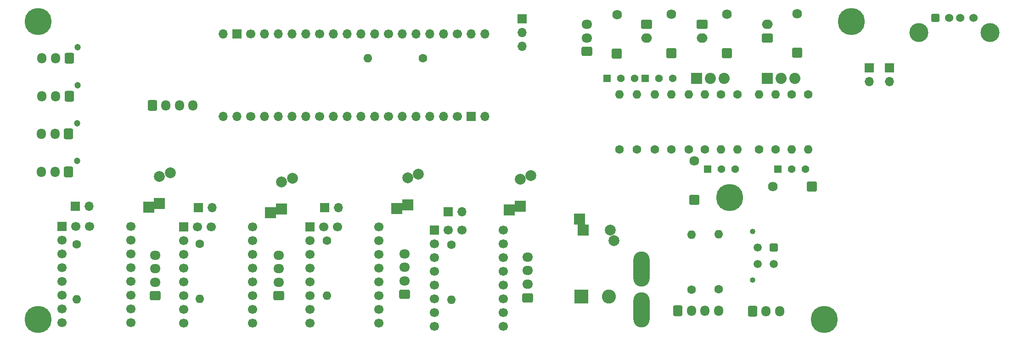
<source format=gbr>
%TF.GenerationSoftware,KiCad,Pcbnew,9.0.0*%
%TF.CreationDate,2025-05-04T18:41:49+10:00*%
%TF.ProjectId,A1_MB,41315f4d-422e-46b6-9963-61645f706362,rev?*%
%TF.SameCoordinates,Original*%
%TF.FileFunction,Soldermask,Top*%
%TF.FilePolarity,Negative*%
%FSLAX46Y46*%
G04 Gerber Fmt 4.6, Leading zero omitted, Abs format (unit mm)*
G04 Created by KiCad (PCBNEW 9.0.0) date 2025-05-04 18:41:49*
%MOMM*%
%LPD*%
G01*
G04 APERTURE LIST*
G04 Aperture macros list*
%AMRoundRect*
0 Rectangle with rounded corners*
0 $1 Rounding radius*
0 $2 $3 $4 $5 $6 $7 $8 $9 X,Y pos of 4 corners*
0 Add a 4 corners polygon primitive as box body*
4,1,4,$2,$3,$4,$5,$6,$7,$8,$9,$2,$3,0*
0 Add four circle primitives for the rounded corners*
1,1,$1+$1,$2,$3*
1,1,$1+$1,$4,$5*
1,1,$1+$1,$6,$7*
1,1,$1+$1,$8,$9*
0 Add four rect primitives between the rounded corners*
20,1,$1+$1,$2,$3,$4,$5,0*
20,1,$1+$1,$4,$5,$6,$7,0*
20,1,$1+$1,$6,$7,$8,$9,0*
20,1,$1+$1,$8,$9,$2,$3,0*%
G04 Aperture macros list end*
%ADD10RoundRect,0.250000X0.725000X-0.600000X0.725000X0.600000X-0.725000X0.600000X-0.725000X-0.600000X0*%
%ADD11O,1.950000X1.700000*%
%ADD12RoundRect,0.102000X0.795000X-0.795000X0.795000X0.795000X-0.795000X0.795000X-0.795000X-0.795000X0*%
%ADD13C,1.794000*%
%ADD14C,1.600000*%
%ADD15O,1.600000X1.600000*%
%ADD16R,1.700000X1.700000*%
%ADD17O,1.700000X1.700000*%
%ADD18C,5.000000*%
%ADD19O,3.000000X6.500000*%
%ADD20C,1.200000*%
%ADD21RoundRect,0.250000X0.600000X0.725000X-0.600000X0.725000X-0.600000X-0.725000X0.600000X-0.725000X0*%
%ADD22O,1.700000X1.950000*%
%ADD23RoundRect,0.250000X-0.750000X0.600000X-0.750000X-0.600000X0.750000X-0.600000X0.750000X0.600000X0*%
%ADD24O,2.000000X1.700000*%
%ADD25C,1.020000*%
%ADD26RoundRect,0.250001X-0.499999X0.499999X-0.499999X-0.499999X0.499999X-0.499999X0.499999X0.499999X0*%
%ADD27C,1.500000*%
%ADD28RoundRect,0.102000X0.795000X0.795000X-0.795000X0.795000X-0.795000X-0.795000X0.795000X-0.795000X0*%
%ADD29C,1.700000*%
%ADD30R,2.000000X2.000000*%
%ADD31C,2.000000*%
%ADD32RoundRect,0.102000X-0.614000X-0.614000X0.614000X-0.614000X0.614000X0.614000X-0.614000X0.614000X0*%
%ADD33C,1.432000*%
%ADD34RoundRect,0.250000X-0.600000X-0.725000X0.600000X-0.725000X0.600000X0.725000X-0.600000X0.725000X0*%
%ADD35RoundRect,0.102000X-0.925000X-0.925000X0.925000X-0.925000X0.925000X0.925000X-0.925000X0.925000X0*%
%ADD36C,2.054000*%
%ADD37RoundRect,0.250000X0.750000X-0.600000X0.750000X0.600000X-0.750000X0.600000X-0.750000X-0.600000X0*%
%ADD38R,2.600000X2.600000*%
%ADD39C,2.600000*%
%ADD40RoundRect,0.250000X-0.512000X-0.512000X0.512000X-0.512000X0.512000X0.512000X-0.512000X0.512000X0*%
%ADD41C,1.524000*%
%ADD42C,3.500000*%
G04 APERTURE END LIST*
D10*
%TO.C,J7*%
X168750000Y-43000000D03*
D11*
X168750000Y-40500000D03*
X168750000Y-38000000D03*
%TD*%
D10*
%TO.C,MotorConnector1*%
X157750000Y-88500000D03*
D11*
X157750000Y-86000000D03*
X157750000Y-83500000D03*
X157750000Y-81000000D03*
%TD*%
D12*
%TO.C,D5*%
X188500000Y-70430000D03*
D13*
X188525400Y-63218000D03*
%TD*%
D14*
%TO.C,R15*%
X97310000Y-78580000D03*
D15*
X97310000Y-88740000D03*
%TD*%
D16*
%TO.C,J16*%
X143145000Y-72660000D03*
D17*
X145685000Y-72660000D03*
%TD*%
D18*
%TO.C,H4*%
X217500000Y-37500000D03*
%TD*%
D12*
%TO.C,D4*%
X207500000Y-43250000D03*
D13*
X207525400Y-36038000D03*
%TD*%
D19*
%TO.C,F1*%
X178749999Y-83250000D03*
X178750000Y-90750000D03*
%TD*%
D14*
%TO.C,R17*%
X206500000Y-50920000D03*
D15*
X206500000Y-61080000D03*
%TD*%
D20*
%TO.C,J25*%
X74850000Y-49250000D03*
D21*
X73250000Y-51250000D03*
D22*
X70750000Y-51250000D03*
X68250000Y-51250000D03*
%TD*%
D14*
%TO.C,R19*%
X203500000Y-61080000D03*
D15*
X203500000Y-50920000D03*
%TD*%
D16*
%TO.C,J24*%
X97120000Y-71890000D03*
D17*
X99660000Y-71890000D03*
%TD*%
D23*
%TO.C,J6*%
X190000000Y-38000000D03*
D24*
X190000000Y-40500000D03*
%TD*%
D14*
%TO.C,R22*%
X190460000Y-61080000D03*
D15*
X190460000Y-50920000D03*
%TD*%
D14*
%TO.C,R24*%
X177950000Y-61080000D03*
D15*
X177950000Y-50920000D03*
%TD*%
D25*
%TO.C,J5*%
X199250000Y-76250000D03*
X199250000Y-85250000D03*
D26*
X203190000Y-79250000D03*
D27*
X203190000Y-82250000D03*
X200190000Y-79250000D03*
X200190000Y-82250000D03*
%TD*%
D28*
%TO.C,D3*%
X210180000Y-68000000D03*
D13*
X202968000Y-67974600D03*
%TD*%
D14*
%TO.C,R16*%
X209500000Y-50920000D03*
D15*
X209500000Y-61080000D03*
%TD*%
D12*
%TO.C,D1*%
X184250000Y-43366500D03*
D13*
X184275400Y-36154500D03*
%TD*%
D16*
%TO.C,M4*%
X94410000Y-75400000D03*
D29*
X94410000Y-77940000D03*
X94410000Y-80480000D03*
X94410000Y-83020000D03*
X94410000Y-85560000D03*
X94410000Y-88100000D03*
X94410000Y-90640000D03*
X94410000Y-93180000D03*
X107110000Y-93180000D03*
X107110000Y-90640000D03*
X107110000Y-88100000D03*
X107110000Y-85560000D03*
X107110000Y-83020000D03*
X107110000Y-80480000D03*
X107110000Y-77940000D03*
X107110000Y-75400000D03*
X96950000Y-75400000D03*
X99490000Y-75400000D03*
%TD*%
D16*
%TO.C,M1*%
X140570000Y-76050000D03*
D29*
X140570000Y-78590000D03*
X140570000Y-81130000D03*
X140570000Y-83670000D03*
X140570000Y-86210000D03*
X140570000Y-88750000D03*
X140570000Y-91290000D03*
X140570000Y-93830000D03*
X153270000Y-93830000D03*
X153270000Y-91290000D03*
X153270000Y-88750000D03*
X153270000Y-86210000D03*
X153270000Y-83670000D03*
X153270000Y-81130000D03*
X153270000Y-78590000D03*
X153270000Y-76050000D03*
X143110000Y-76050000D03*
X145650000Y-76050000D03*
%TD*%
D14*
%TO.C,R14*%
X120750000Y-77920000D03*
D15*
X120750000Y-88080000D03*
%TD*%
D14*
%TO.C,R13*%
X74610000Y-78660000D03*
D15*
X74610000Y-88820000D03*
%TD*%
D14*
%TO.C,R9*%
X138464000Y-44240000D03*
D15*
X128304000Y-44240000D03*
%TD*%
D30*
%TO.C,C3*%
X87910000Y-71812144D03*
X89910000Y-71140000D03*
D31*
X89910000Y-66140000D03*
X91910000Y-65467856D03*
%TD*%
D18*
%TO.C,H3*%
X67500000Y-92500000D03*
%TD*%
D32*
%TO.C,Q10*%
X179422500Y-48010000D03*
D33*
X181962500Y-48010000D03*
X184502500Y-48010000D03*
%TD*%
D32*
%TO.C,Q5*%
X203960000Y-64750000D03*
D33*
X206500000Y-64750000D03*
X209040000Y-64750000D03*
%TD*%
D16*
%TO.C,J15*%
X220750000Y-46000000D03*
D17*
X220750000Y-48540000D03*
%TD*%
D16*
%TO.C,M3*%
X117660000Y-75400000D03*
D29*
X117660000Y-77940000D03*
X117660000Y-80480000D03*
X117660000Y-83020000D03*
X117660000Y-85560000D03*
X117660000Y-88100000D03*
X117660000Y-90640000D03*
X117660000Y-93180000D03*
X130360000Y-93180000D03*
X130360000Y-90640000D03*
X130360000Y-88100000D03*
X130360000Y-85560000D03*
X130360000Y-83020000D03*
X130360000Y-80480000D03*
X130360000Y-77940000D03*
X130360000Y-75400000D03*
X120200000Y-75400000D03*
X122740000Y-75400000D03*
%TD*%
D32*
%TO.C,Q7*%
X190960000Y-64750000D03*
D33*
X193500000Y-64750000D03*
X196040000Y-64750000D03*
%TD*%
D14*
%TO.C,R10*%
X193000000Y-86920000D03*
D15*
X193000000Y-76760000D03*
%TD*%
D16*
%TO.C,J3*%
X156750000Y-36960000D03*
D17*
X156750000Y-39500000D03*
X156750000Y-42040000D03*
%TD*%
D34*
%TO.C,J2*%
X199250000Y-91000000D03*
D22*
X201750000Y-91000000D03*
X204250000Y-91000000D03*
%TD*%
D34*
%TO.C,J8*%
X88600000Y-53000000D03*
D22*
X91100000Y-53000000D03*
X93600000Y-53000000D03*
X96100000Y-53000000D03*
%TD*%
D14*
%TO.C,R21*%
X193460000Y-50920000D03*
D15*
X193460000Y-61080000D03*
%TD*%
D20*
%TO.C,J17*%
X74750000Y-63250000D03*
D21*
X73150000Y-65250000D03*
D22*
X70650000Y-65250000D03*
X68150000Y-65250000D03*
%TD*%
D16*
%TO.C,M2*%
X71910000Y-75360000D03*
D29*
X71910000Y-77900000D03*
X71910000Y-80440000D03*
X71910000Y-82980000D03*
X71910000Y-85520000D03*
X71910000Y-88060000D03*
X71910000Y-90600000D03*
X71910000Y-93140000D03*
X84610000Y-93140000D03*
X84610000Y-90600000D03*
X84610000Y-88060000D03*
X84610000Y-85520000D03*
X84610000Y-82980000D03*
X84610000Y-80440000D03*
X84610000Y-77900000D03*
X84610000Y-75360000D03*
X74450000Y-75360000D03*
X76990000Y-75360000D03*
%TD*%
D17*
%TO.C,U1*%
X149944000Y-39750000D03*
X147404000Y-39750000D03*
D29*
X144864000Y-39750000D03*
D17*
X142324000Y-39750000D03*
X139784000Y-39750000D03*
X137244000Y-39750000D03*
X134704000Y-39750000D03*
D29*
X132164000Y-39750000D03*
D17*
X129624000Y-39750000D03*
X127084000Y-39750000D03*
X124544000Y-39750000D03*
X122004000Y-39750000D03*
D29*
X119464000Y-39750000D03*
D17*
X116924000Y-39750000D03*
X114384000Y-39750000D03*
X111844000Y-39750000D03*
X109304000Y-39750000D03*
D29*
X106764000Y-39750000D03*
D16*
X104224000Y-39750000D03*
D17*
X101684000Y-39750000D03*
X101684000Y-54990000D03*
X104224000Y-54990000D03*
D29*
X106764000Y-54990000D03*
D17*
X109304000Y-54990000D03*
X111844000Y-54990000D03*
X114384000Y-54990000D03*
X116924000Y-54990000D03*
D29*
X119464000Y-54990000D03*
D17*
X122004000Y-54990000D03*
X124544000Y-54990000D03*
X127084000Y-54990000D03*
X129624000Y-54990000D03*
D29*
X132164000Y-54990000D03*
D17*
X134704000Y-54990000D03*
X137244000Y-54990000D03*
X139784000Y-54990000D03*
X142324000Y-54990000D03*
D29*
X144864000Y-54990000D03*
D16*
X147404000Y-54990000D03*
D17*
X149944000Y-54990000D03*
%TD*%
D14*
%TO.C,R23*%
X187500000Y-61080000D03*
D15*
X187500000Y-50920000D03*
%TD*%
D32*
%TO.C,Q9*%
X172422500Y-48010000D03*
D33*
X174962500Y-48010000D03*
X177502500Y-48010000D03*
%TD*%
D10*
%TO.C,J20*%
X89160000Y-88140000D03*
D11*
X89160000Y-85640000D03*
X89160000Y-83140000D03*
X89160000Y-80640000D03*
%TD*%
D12*
%TO.C,D6*%
X194500000Y-43366500D03*
D13*
X194525400Y-36154500D03*
%TD*%
D18*
%TO.C,H2*%
X195000000Y-70000000D03*
%TD*%
D16*
%TO.C,J14*%
X224500000Y-46000000D03*
D17*
X224500000Y-48540000D03*
%TD*%
D30*
%TO.C,C4*%
X154410000Y-72294821D03*
X156410000Y-71622677D03*
D31*
X156410000Y-66622677D03*
X158410000Y-65950533D03*
%TD*%
D14*
%TO.C,R18*%
X200500000Y-61080000D03*
D15*
X200500000Y-50920000D03*
%TD*%
D12*
%TO.C,D2*%
X174250000Y-43430000D03*
D13*
X174275400Y-36218000D03*
%TD*%
D14*
%TO.C,R20*%
X196460000Y-50920000D03*
D15*
X196460000Y-61080000D03*
%TD*%
D14*
%TO.C,R26*%
X184250000Y-61080000D03*
D15*
X184250000Y-50920000D03*
%TD*%
D16*
%TO.C,J21*%
X120370000Y-71890000D03*
D17*
X122910000Y-71890000D03*
%TD*%
D23*
%TO.C,J4*%
X179750000Y-38000000D03*
D24*
X179750000Y-40500000D03*
%TD*%
D20*
%TO.C,J19*%
X74750000Y-56250000D03*
D21*
X73150000Y-58250000D03*
D22*
X70650000Y-58250000D03*
X68150000Y-58250000D03*
%TD*%
D10*
%TO.C,J26*%
X111910000Y-88140000D03*
D11*
X111910000Y-85640000D03*
X111910000Y-83140000D03*
X111910000Y-80640000D03*
%TD*%
D35*
%TO.C,Q6*%
X202000000Y-48000000D03*
D36*
X204540000Y-48000000D03*
X207080000Y-48000000D03*
%TD*%
D30*
%TO.C,C1*%
X110410000Y-72794821D03*
X112410000Y-72122677D03*
D31*
X112410000Y-67122677D03*
X114410000Y-66450533D03*
%TD*%
D34*
%TO.C,J11*%
X185500000Y-90920000D03*
D22*
X188000000Y-90920000D03*
X190500000Y-90920000D03*
X193000000Y-90920000D03*
%TD*%
D16*
%TO.C,J18*%
X74370000Y-71640000D03*
D17*
X76910000Y-71640000D03*
%TD*%
D35*
%TO.C,Q8*%
X188920000Y-48000000D03*
D36*
X191460000Y-48000000D03*
X194000000Y-48000000D03*
%TD*%
D14*
%TO.C,R12*%
X143750000Y-78750000D03*
D15*
X143750000Y-88910000D03*
%TD*%
D10*
%TO.C,J23*%
X135070000Y-87890000D03*
D11*
X135070000Y-85390000D03*
X135070000Y-82890000D03*
X135070000Y-80390000D03*
%TD*%
D30*
%TO.C,C5*%
X167345179Y-74000000D03*
X168017323Y-76000000D03*
D31*
X173017323Y-76000000D03*
X173689467Y-78000000D03*
%TD*%
D14*
%TO.C,R27*%
X181250000Y-61080000D03*
D15*
X181250000Y-50920000D03*
%TD*%
D37*
%TO.C,J9*%
X202000000Y-40500000D03*
D24*
X202000000Y-38000000D03*
%TD*%
D20*
%TO.C,J22*%
X74850000Y-42250000D03*
D21*
X73250000Y-44250000D03*
D22*
X70750000Y-44250000D03*
X68250000Y-44250000D03*
%TD*%
D30*
%TO.C,C2*%
X133660000Y-72062144D03*
X135660000Y-71390000D03*
D31*
X135660000Y-66390000D03*
X137660000Y-65717856D03*
%TD*%
D14*
%TO.C,R11*%
X188000000Y-87000000D03*
D15*
X188000000Y-76840000D03*
%TD*%
D14*
%TO.C,R25*%
X174750000Y-61080000D03*
D15*
X174750000Y-50920000D03*
%TD*%
D38*
%TO.C,J10*%
X167705000Y-88321000D03*
D39*
X172785000Y-88321000D03*
%TD*%
D18*
%TO.C,H1*%
X67500000Y-37500000D03*
%TD*%
%TO.C,H5*%
X212500000Y-92500000D03*
%TD*%
D40*
%TO.C,J13*%
X233000000Y-36790000D03*
D41*
X235500000Y-36790000D03*
X237500000Y-36790000D03*
X240000000Y-36790000D03*
D42*
X229930000Y-39500000D03*
X243070000Y-39500000D03*
%TD*%
M02*

</source>
